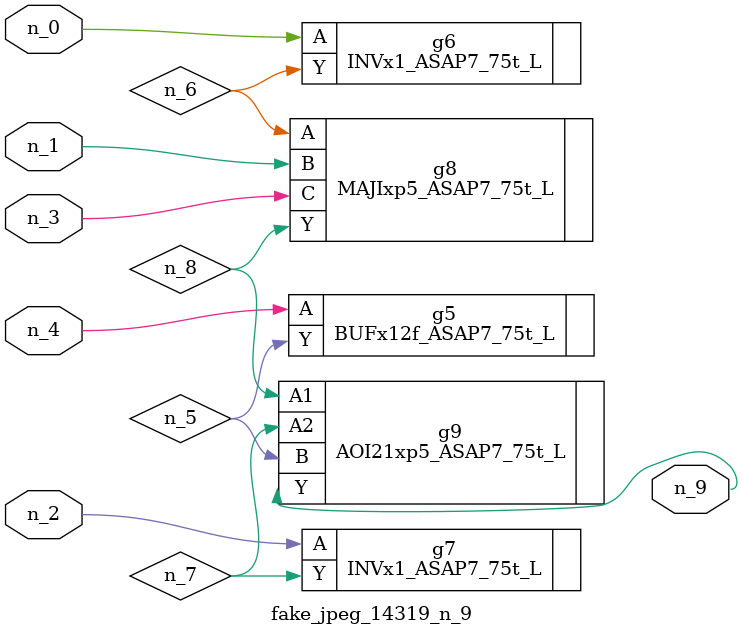
<source format=v>
module fake_jpeg_14319_n_9 (n_3, n_2, n_1, n_0, n_4, n_9);

input n_3;
input n_2;
input n_1;
input n_0;
input n_4;

output n_9;

wire n_8;
wire n_6;
wire n_5;
wire n_7;

BUFx12f_ASAP7_75t_L g5 ( 
.A(n_4),
.Y(n_5)
);

INVx1_ASAP7_75t_L g6 ( 
.A(n_0),
.Y(n_6)
);

INVx1_ASAP7_75t_L g7 ( 
.A(n_2),
.Y(n_7)
);

MAJIxp5_ASAP7_75t_L g8 ( 
.A(n_6),
.B(n_1),
.C(n_3),
.Y(n_8)
);

AOI21xp5_ASAP7_75t_L g9 ( 
.A1(n_8),
.A2(n_7),
.B(n_5),
.Y(n_9)
);


endmodule
</source>
